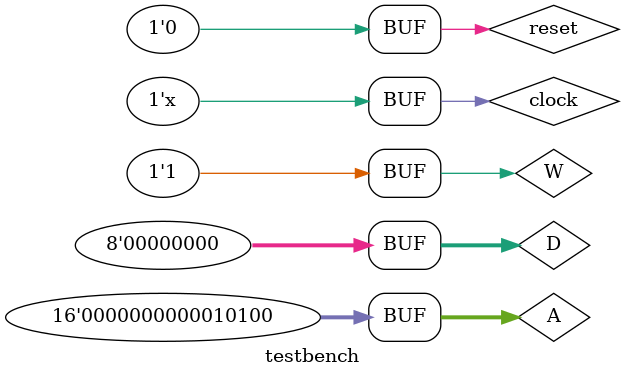
<source format=v>
`timescale 1ns / 1ps

module testbench ( );
    // declare design under test (DUT) inputs
    reg reset, clock, W;
    reg [15:0] A;    // address
    reg [7:0] D;    // data
    // declare DUT outputs
    wire [7:0] Q;

    // instantiate the DUT
    application U1 (reset, clock, W, A, D, Q);

    // define a 100 MHz clock waveform
    always
        #5 clock <= ~clock;
    
    // assign inputs at various times
    initial 
    begin
        clock <= 1'b0;
        reset <= 1'b1;
        W <= 1'b0; A <= 2'bXX;
        #10  reset <= 1'b0;
             // initialize the polynomial
             A <= 16'h0010; D <= 221; W <= 1'b1;
        #10  // initialize the seed
             A <= 16'h0012; D <= 1'b1;
        #10  // set the control register for continuous mode
             A <= 16'h0014; D <= 2'b10;
        #10  W <= 1'b0;
        #90  // set the control register for stopped mode
             D <= 0; W <= 1'b1;
        #20  // re-initialize the seed
             A <= 16'h0012; D <= 1;
        #10  // set the control register for step mode
             A <= 16'h0014; D <= 8'b01;
        #20  D <= 8'b00;   // stop
        #10  D <= 8'b01;   // step
        #20  D <= 8'b00;   // stop
        #10  D <= 8'b01;   // step
        #20  D <= 8'b00;   // stop
        #10  D <= 8'b01;   // step
        #20  D <= 8'b00;   // stop
        #10  D <= 8'b01;   // step
        #20  D <= 8'b00;   // stop
        #10  D <= 8'b01;   // step
        #20  D <= 8'b00;   // stop
    end // initial
endmodule

</source>
